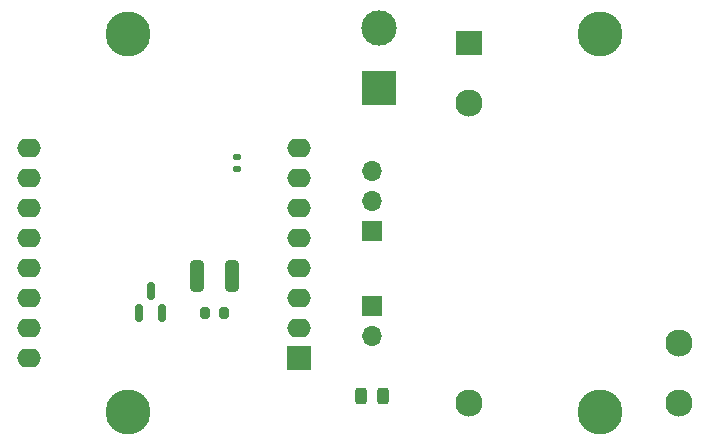
<source format=gbr>
%TF.GenerationSoftware,KiCad,Pcbnew,(7.0.0-0)*%
%TF.CreationDate,2023-07-04T17:21:08+02:00*%
%TF.ProjectId,clim-driver,636c696d-2d64-4726-9976-65722e6b6963,rev?*%
%TF.SameCoordinates,Original*%
%TF.FileFunction,Soldermask,Top*%
%TF.FilePolarity,Negative*%
%FSLAX46Y46*%
G04 Gerber Fmt 4.6, Leading zero omitted, Abs format (unit mm)*
G04 Created by KiCad (PCBNEW (7.0.0-0)) date 2023-07-04 17:21:08*
%MOMM*%
%LPD*%
G01*
G04 APERTURE LIST*
G04 Aperture macros list*
%AMRoundRect*
0 Rectangle with rounded corners*
0 $1 Rounding radius*
0 $2 $3 $4 $5 $6 $7 $8 $9 X,Y pos of 4 corners*
0 Add a 4 corners polygon primitive as box body*
4,1,4,$2,$3,$4,$5,$6,$7,$8,$9,$2,$3,0*
0 Add four circle primitives for the rounded corners*
1,1,$1+$1,$2,$3*
1,1,$1+$1,$4,$5*
1,1,$1+$1,$6,$7*
1,1,$1+$1,$8,$9*
0 Add four rect primitives between the rounded corners*
20,1,$1+$1,$2,$3,$4,$5,0*
20,1,$1+$1,$4,$5,$6,$7,0*
20,1,$1+$1,$6,$7,$8,$9,0*
20,1,$1+$1,$8,$9,$2,$3,0*%
G04 Aperture macros list end*
%ADD10C,3.800000*%
%ADD11RoundRect,0.200000X-0.200000X-0.275000X0.200000X-0.275000X0.200000X0.275000X-0.200000X0.275000X0*%
%ADD12R,1.700000X1.700000*%
%ADD13O,1.700000X1.700000*%
%ADD14RoundRect,0.150000X0.150000X-0.587500X0.150000X0.587500X-0.150000X0.587500X-0.150000X-0.587500X0*%
%ADD15R,3.000000X3.000000*%
%ADD16C,3.000000*%
%ADD17RoundRect,0.243750X-0.243750X-0.456250X0.243750X-0.456250X0.243750X0.456250X-0.243750X0.456250X0*%
%ADD18R,2.000000X2.000000*%
%ADD19O,2.000000X1.600000*%
%ADD20RoundRect,0.250000X-0.312500X-1.075000X0.312500X-1.075000X0.312500X1.075000X-0.312500X1.075000X0*%
%ADD21R,2.300000X2.000000*%
%ADD22C,2.300000*%
%ADD23RoundRect,0.135000X0.185000X-0.135000X0.185000X0.135000X-0.185000X0.135000X-0.185000X-0.135000X0*%
G04 APERTURE END LIST*
D10*
%TO.C,REF\u002A\u002A*%
X100000000Y-82000000D03*
%TD*%
%TO.C,REF\u002A\u002A*%
X100000000Y-50000000D03*
%TD*%
D11*
%TO.C,R2*%
X106490000Y-73660000D03*
X108140000Y-73660000D03*
%TD*%
D12*
%TO.C,J1*%
X120649999Y-66674999D03*
D13*
X120649999Y-64134999D03*
X120649999Y-61594999D03*
%TD*%
D14*
%TO.C,Q1*%
X100952500Y-73647500D03*
X102852500Y-73647500D03*
X101902500Y-71772500D03*
%TD*%
D10*
%TO.C,REF\u002A\u002A*%
X140000000Y-50000000D03*
%TD*%
D15*
%TO.C,J2*%
X121284999Y-54609999D03*
D16*
X121285000Y-49530000D03*
%TD*%
D17*
%TO.C,D1*%
X119712500Y-80645000D03*
X121587500Y-80645000D03*
%TD*%
D18*
%TO.C,U1*%
X114449999Y-77469999D03*
D19*
X114449999Y-74929999D03*
X114449999Y-72389999D03*
X114449999Y-69849999D03*
X114449999Y-67309999D03*
X114449999Y-64769999D03*
X114449999Y-62229999D03*
X114449999Y-59689999D03*
X91589999Y-59689999D03*
X91589999Y-62229999D03*
X91589999Y-64769999D03*
X91589999Y-67309999D03*
X91589999Y-69849999D03*
X91589999Y-72389999D03*
X91589999Y-74929999D03*
X91589999Y-77469999D03*
%TD*%
D20*
%TO.C,R3*%
X105852500Y-70485000D03*
X108777500Y-70485000D03*
%TD*%
D10*
%TO.C,REF\u002A\u002A*%
X140000000Y-82000000D03*
%TD*%
D12*
%TO.C,J3*%
X120649999Y-73024999D03*
D13*
X120649999Y-75564999D03*
%TD*%
D21*
%TO.C,PS1*%
X128904999Y-50799999D03*
D22*
X128905000Y-55880000D03*
X128905000Y-81280000D03*
X146685000Y-81280000D03*
X146685000Y-76200000D03*
%TD*%
D23*
%TO.C,R1*%
X109220000Y-61470000D03*
X109220000Y-60450000D03*
%TD*%
M02*

</source>
